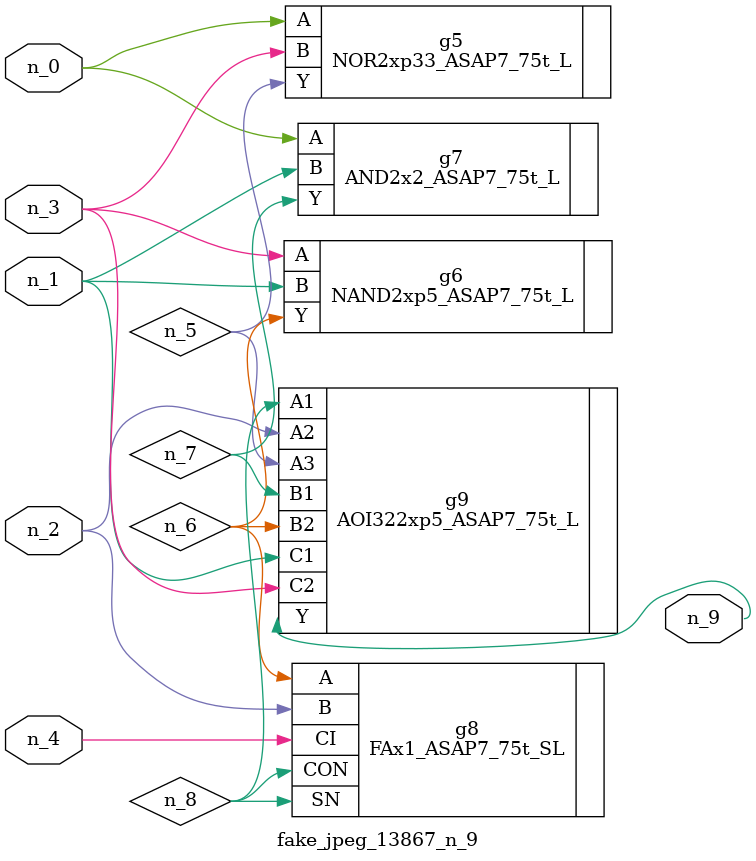
<source format=v>
module fake_jpeg_13867_n_9 (n_3, n_2, n_1, n_0, n_4, n_9);

input n_3;
input n_2;
input n_1;
input n_0;
input n_4;

output n_9;

wire n_8;
wire n_6;
wire n_5;
wire n_7;

NOR2xp33_ASAP7_75t_L g5 ( 
.A(n_0),
.B(n_3),
.Y(n_5)
);

NAND2xp5_ASAP7_75t_L g6 ( 
.A(n_3),
.B(n_1),
.Y(n_6)
);

AND2x2_ASAP7_75t_L g7 ( 
.A(n_0),
.B(n_1),
.Y(n_7)
);

FAx1_ASAP7_75t_SL g8 ( 
.A(n_6),
.B(n_2),
.CI(n_4),
.CON(n_8),
.SN(n_8)
);

AOI322xp5_ASAP7_75t_L g9 ( 
.A1(n_8),
.A2(n_2),
.A3(n_5),
.B1(n_7),
.B2(n_6),
.C1(n_1),
.C2(n_3),
.Y(n_9)
);


endmodule
</source>
